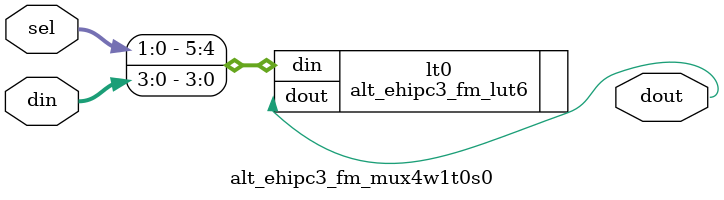
<source format=v>




`timescale 1ps/1ps

// DESCRIPTION
// 4:1 MUX of 1 bit words.  Latency 0.
// Generated by one of Gregg's toys.   Share And Enjoy.

module alt_ehipc3_fm_mux4w1t0s0 #(
    parameter SIM_EMULATE = 1'b0
) (
    input [3:0] din,
    input [1:0] sel,
    output dout
);

alt_ehipc3_fm_lut6 lt0 (.din({sel,din}),.dout(dout));
defparam lt0 .SIM_EMULATE = SIM_EMULATE;
defparam lt0 .MASK = 64'hff00f0f0ccccaaaa;

endmodule

</source>
